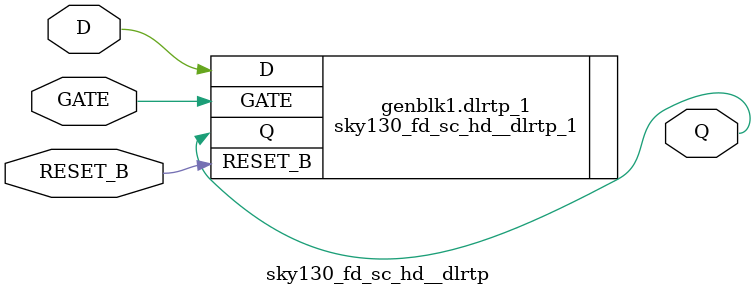
<source format=v>
`default_nettype none

module sky130_fd_sc_hd__dlrtp #(
    parameter integer DRIVE_LEVEL = 1
) (
    Q      ,
    RESET_B,
    D      ,
    GATE
);

    // Module ports
    output Q      ;
    input  RESET_B;
    input  D      ;
    input  GATE   ;

    generate
        if (DRIVE_LEVEL == 1) begin
            sky130_fd_sc_hd__dlrtp_1 dlrtp_1 (
`ifdef USE_POWER_PINS
                .VPWR    (1'b1),
                .VGND    (1'b0),
                .VPB     (1'b1),
                .VNB     (1'b0),
`endif
                .Q       (Q),
                .RESET_B (RESET_B),
                .D       (D),
                .GATE    (GATE)
            );
        end else if (DRIVE_LEVEL == 2) begin
            sky130_fd_sc_hd__dlrtp_2 dlrtp_2 (
`ifdef USE_POWER_PINS
                .VPWR    (1'b1),
                .VGND    (1'b0),
                .VPB     (1'b1),
                .VNB     (1'b0),
`endif
                .Q       (Q),
                .RESET_B (RESET_B),
                .D       (D),
                .GATE    (GATE)
            );
        end else begin
            // Check sky130 cell library for your requirement and add case
            $error("DRIVE_LEVEL=%d is not implemented for sky130_fd_sc_hd__dlrtp", DRIVE_LEVEL);
        end
    endgenerate

endmodule

</source>
